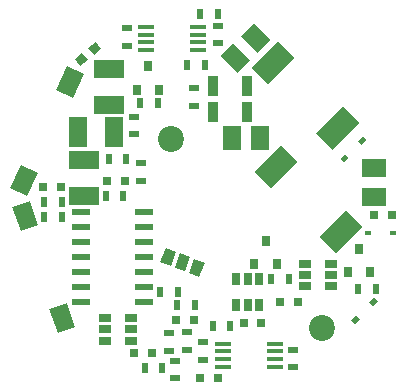
<source format=gts>
G04 #@! TF.FileFunction,Soldermask,Top*
%FSLAX46Y46*%
G04 Gerber Fmt 4.6, Leading zero omitted, Abs format (unit mm)*
G04 Created by KiCad (PCBNEW 4.0.5) date Sat Dec 31 13:00:02 2016*
%MOMM*%
%LPD*%
G01*
G04 APERTURE LIST*
%ADD10C,0.100000*%
%ADD11R,1.450000X0.450000*%
%ADD12R,0.800000X0.900000*%
%ADD13R,0.800000X0.750000*%
%ADD14R,0.900000X0.500000*%
%ADD15R,0.590000X0.450000*%
%ADD16R,1.500000X0.600000*%
%ADD17R,0.900000X1.700000*%
%ADD18R,1.060000X0.650000*%
%ADD19R,0.650000X1.060000*%
%ADD20R,2.600000X1.500000*%
%ADD21R,1.500000X2.600000*%
%ADD22R,0.500000X0.900000*%
%ADD23R,1.500000X2.000000*%
%ADD24R,2.000000X1.500000*%
%ADD25C,2.200000*%
G04 APERTURE END LIST*
D10*
D11*
X146790000Y-123315000D03*
X146790000Y-122665000D03*
X146790000Y-122015000D03*
X146790000Y-121365000D03*
X142390000Y-121365000D03*
X142390000Y-122015000D03*
X142390000Y-122665000D03*
X142390000Y-123315000D03*
D10*
G36*
X124513500Y-109783688D02*
X126017008Y-109236456D01*
X126762612Y-111284986D01*
X125259104Y-111832218D01*
X124513500Y-109783688D01*
X124513500Y-109783688D01*
G37*
G36*
X127657388Y-118435014D02*
X129160896Y-117887782D01*
X129906500Y-119936312D01*
X128402992Y-120483544D01*
X127657388Y-118435014D01*
X127657388Y-118435014D01*
G37*
D12*
X135080000Y-99850000D03*
X136980000Y-99850000D03*
X136030000Y-97850000D03*
D13*
X145650000Y-119620000D03*
X144150000Y-119620000D03*
D14*
X148350000Y-123370000D03*
X148350000Y-121870000D03*
D10*
G36*
X153584505Y-119663694D02*
X153266306Y-119345495D01*
X153683499Y-118928302D01*
X154001698Y-119246501D01*
X153584505Y-119663694D01*
X153584505Y-119663694D01*
G37*
G36*
X155076501Y-118171698D02*
X154758302Y-117853499D01*
X155175495Y-117436306D01*
X155493694Y-117754505D01*
X155076501Y-118171698D01*
X155076501Y-118171698D01*
G37*
D15*
X154647000Y-112014000D03*
X156757000Y-112014000D03*
D10*
G36*
X152620505Y-106015694D02*
X152302306Y-105697495D01*
X152719499Y-105280302D01*
X153037698Y-105598501D01*
X152620505Y-106015694D01*
X152620505Y-106015694D01*
G37*
G36*
X154112501Y-104523698D02*
X153794302Y-104205499D01*
X154211495Y-103788306D01*
X154529694Y-104106505D01*
X154112501Y-104523698D01*
X154112501Y-104523698D01*
G37*
D16*
X130340000Y-110230000D03*
X130340000Y-111500000D03*
X130340000Y-112770000D03*
X130340000Y-114040000D03*
X130340000Y-115310000D03*
X130340000Y-116580000D03*
X130340000Y-117850000D03*
X135740000Y-117850000D03*
X135740000Y-116580000D03*
X135740000Y-115310000D03*
X135740000Y-114040000D03*
X135740000Y-112770000D03*
X135740000Y-111500000D03*
X135740000Y-110230000D03*
D12*
X152974000Y-115300000D03*
X154874000Y-115300000D03*
X153924000Y-113300000D03*
X145060000Y-114630000D03*
X146960000Y-114630000D03*
X146010000Y-112630000D03*
D17*
X141530000Y-101770000D03*
X144430000Y-101770000D03*
X141552000Y-99568000D03*
X144452000Y-99568000D03*
D10*
G36*
X125837218Y-108876208D02*
X124387126Y-108200019D01*
X125308434Y-106224268D01*
X126758526Y-106900457D01*
X125837218Y-108876208D01*
X125837218Y-108876208D01*
G37*
G36*
X129731566Y-100535732D02*
X128281474Y-99859543D01*
X129202782Y-97883792D01*
X130652874Y-98559981D01*
X129731566Y-100535732D01*
X129731566Y-100535732D01*
G37*
D18*
X149310000Y-114610000D03*
X149310000Y-115560000D03*
X149310000Y-116510000D03*
X151510000Y-116510000D03*
X151510000Y-114610000D03*
X151510000Y-115560000D03*
D19*
X143530000Y-118060000D03*
X144480000Y-118060000D03*
X145430000Y-118060000D03*
X145430000Y-115860000D03*
X143530000Y-115860000D03*
X144480000Y-115860000D03*
D11*
X140320000Y-96495000D03*
X140320000Y-95845000D03*
X140320000Y-95195000D03*
X140320000Y-94545000D03*
X135920000Y-94545000D03*
X135920000Y-95195000D03*
X135920000Y-95845000D03*
X135920000Y-96495000D03*
D20*
X132760000Y-98110000D03*
X132760000Y-101110000D03*
D21*
X130130000Y-103420000D03*
X133130000Y-103420000D03*
D10*
G36*
X154256194Y-111453452D02*
X151993452Y-113716194D01*
X150579238Y-112301980D01*
X152841980Y-110039238D01*
X154256194Y-111453452D01*
X154256194Y-111453452D01*
G37*
G36*
X148740762Y-105938020D02*
X146478020Y-108200762D01*
X145063806Y-106786548D01*
X147326548Y-104523806D01*
X148740762Y-105938020D01*
X148740762Y-105938020D01*
G37*
G36*
X153948194Y-102663452D02*
X151685452Y-104926194D01*
X150271238Y-103511980D01*
X152533980Y-101249238D01*
X153948194Y-102663452D01*
X153948194Y-102663452D01*
G37*
G36*
X148432762Y-97148020D02*
X146170020Y-99410762D01*
X144755806Y-97996548D01*
X147018548Y-95733806D01*
X148432762Y-97148020D01*
X148432762Y-97148020D01*
G37*
D18*
X134600000Y-121090000D03*
X134600000Y-120140000D03*
X134600000Y-119190000D03*
X132400000Y-119190000D03*
X132400000Y-121090000D03*
X132400000Y-120140000D03*
D20*
X130640000Y-108820000D03*
X130640000Y-105820000D03*
D13*
X155206000Y-110490000D03*
X156706000Y-110490000D03*
X136390000Y-122160000D03*
X134890000Y-122160000D03*
X128660000Y-108110000D03*
X127160000Y-108110000D03*
X132610000Y-107550000D03*
X134110000Y-107550000D03*
X138460000Y-119360000D03*
X139960000Y-119360000D03*
X148760000Y-117800000D03*
X147260000Y-117800000D03*
D10*
G36*
X131609905Y-95793527D02*
X132091996Y-96368061D01*
X131479161Y-96882291D01*
X130997070Y-96307757D01*
X131609905Y-95793527D01*
X131609905Y-95793527D01*
G37*
G36*
X130460839Y-96757709D02*
X130942930Y-97332243D01*
X130330095Y-97846473D01*
X129848004Y-97271939D01*
X130460839Y-96757709D01*
X130460839Y-96757709D01*
G37*
D14*
X137810000Y-120440000D03*
X137810000Y-121940000D03*
D22*
X137260000Y-123400000D03*
X135760000Y-123400000D03*
D14*
X138340000Y-124300000D03*
X138340000Y-122800000D03*
X135470000Y-106080000D03*
X135470000Y-107580000D03*
D22*
X132470000Y-108830000D03*
X133970000Y-108830000D03*
X136860000Y-101010000D03*
X135360000Y-101010000D03*
X137050000Y-116940000D03*
X138550000Y-116940000D03*
X138520000Y-118120000D03*
X140020000Y-118120000D03*
D14*
X139370000Y-121880000D03*
X139370000Y-120380000D03*
X134840000Y-103640000D03*
X134840000Y-102140000D03*
D22*
X134210000Y-105720000D03*
X132710000Y-105720000D03*
X128750000Y-110640000D03*
X127250000Y-110640000D03*
X128770000Y-109400000D03*
X127270000Y-109400000D03*
X140490000Y-93450000D03*
X141990000Y-93450000D03*
D14*
X141990000Y-95920000D03*
X141990000Y-94420000D03*
X134300000Y-96160000D03*
X134300000Y-94660000D03*
D22*
X140890000Y-97780000D03*
X139390000Y-97780000D03*
D14*
X140730000Y-122720000D03*
X140730000Y-121220000D03*
X139940000Y-101250000D03*
X139940000Y-99750000D03*
D22*
X143030000Y-119850000D03*
X141530000Y-119850000D03*
X155340000Y-116690000D03*
X153840000Y-116690000D03*
X147990000Y-115880000D03*
X146490000Y-115880000D03*
D23*
X143170000Y-103910000D03*
X145570000Y-103910000D03*
D10*
G36*
X143638249Y-98405965D02*
X142224035Y-96991751D01*
X143284695Y-95931091D01*
X144698909Y-97345305D01*
X143638249Y-98405965D01*
X143638249Y-98405965D01*
G37*
G36*
X145335305Y-96708909D02*
X143921091Y-95294695D01*
X144981751Y-94234035D01*
X146395965Y-95648249D01*
X145335305Y-96708909D01*
X145335305Y-96708909D01*
G37*
D24*
X155194000Y-106496000D03*
X155194000Y-108896000D03*
D13*
X141960000Y-124280000D03*
X140460000Y-124280000D03*
D25*
X150800000Y-120030000D03*
X137970000Y-103990000D03*
D10*
G36*
X139927097Y-114152602D02*
X140834088Y-114482720D01*
X140399723Y-115676130D01*
X139492732Y-115346012D01*
X139927097Y-114152602D01*
X139927097Y-114152602D01*
G37*
G36*
X138733687Y-113718236D02*
X139640678Y-114048354D01*
X139206313Y-115241764D01*
X138299322Y-114911646D01*
X138733687Y-113718236D01*
X138733687Y-113718236D01*
G37*
G36*
X137540277Y-113283870D02*
X138447268Y-113613988D01*
X138012903Y-114807398D01*
X137105912Y-114477280D01*
X137540277Y-113283870D01*
X137540277Y-113283870D01*
G37*
M02*

</source>
